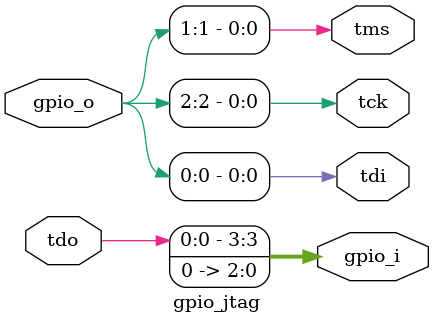
<source format=v>
`timescale 1ns / 1ps


module gpio_jtag(
    input wire [3:0] gpio_o,
    output wire [3:0] gpio_i,
    output wire tdi,
    input wire tdo,
    output wire tck,
    output wire tms
    );

assign tdi = gpio_o[0];
assign tms = gpio_o[1];
assign tck = gpio_o[2];

assign gpio_i[3] = tdo;
assign gpio_i[2:0] = 0;

endmodule

</source>
